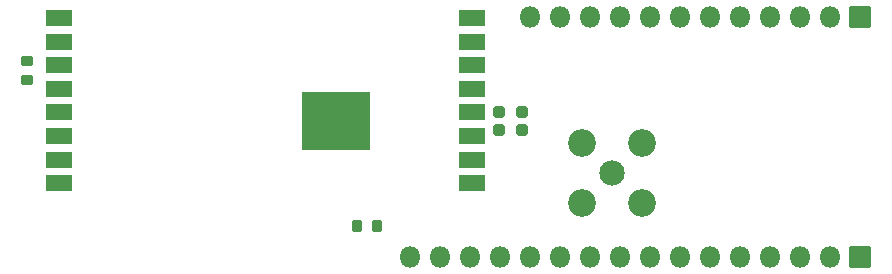
<source format=gbr>
G04 #@! TF.GenerationSoftware,KiCad,Pcbnew,(6.0.7-1)-1*
G04 #@! TF.CreationDate,2023-10-03T00:10:03-07:00*
G04 #@! TF.ProjectId,FeatherWing_KC5,46656174-6865-4725-9769-6e675f4b4335,rev?*
G04 #@! TF.SameCoordinates,Original*
G04 #@! TF.FileFunction,Soldermask,Top*
G04 #@! TF.FilePolarity,Negative*
%FSLAX46Y46*%
G04 Gerber Fmt 4.6, Leading zero omitted, Abs format (unit mm)*
G04 Created by KiCad (PCBNEW (6.0.7-1)-1) date 2023-10-03 00:10:03*
%MOMM*%
%LPD*%
G01*
G04 APERTURE LIST*
G04 Aperture macros list*
%AMRoundRect*
0 Rectangle with rounded corners*
0 $1 Rounding radius*
0 $2 $3 $4 $5 $6 $7 $8 $9 X,Y pos of 4 corners*
0 Add a 4 corners polygon primitive as box body*
4,1,4,$2,$3,$4,$5,$6,$7,$8,$9,$2,$3,0*
0 Add four circle primitives for the rounded corners*
1,1,$1+$1,$2,$3*
1,1,$1+$1,$4,$5*
1,1,$1+$1,$6,$7*
1,1,$1+$1,$8,$9*
0 Add four rect primitives between the rounded corners*
20,1,$1+$1,$2,$3,$4,$5,0*
20,1,$1+$1,$4,$5,$6,$7,0*
20,1,$1+$1,$6,$7,$8,$9,0*
20,1,$1+$1,$8,$9,$2,$3,0*%
G04 Aperture macros list end*
%ADD10RoundRect,0.251000X-0.275000X0.200000X-0.275000X-0.200000X0.275000X-0.200000X0.275000X0.200000X0*%
%ADD11RoundRect,0.276000X0.250000X-0.225000X0.250000X0.225000X-0.250000X0.225000X-0.250000X-0.225000X0*%
%ADD12RoundRect,0.251000X0.200000X0.275000X-0.200000X0.275000X-0.200000X-0.275000X0.200000X-0.275000X0*%
%ADD13RoundRect,0.063500X-1.000000X-0.650000X1.000000X-0.650000X1.000000X0.650000X-1.000000X0.650000X0*%
%ADD14RoundRect,0.063500X-2.849999X-2.400000X2.849999X-2.400000X2.849999X2.400000X-2.849999X2.400000X0*%
%ADD15C,2.152000*%
%ADD16C,2.352000*%
%ADD17RoundRect,0.051000X0.850000X-0.850000X0.850000X0.850000X-0.850000X0.850000X-0.850000X-0.850000X0*%
%ADD18O,1.802000X1.802000*%
G04 APERTURE END LIST*
D10*
X46960000Y-49635000D03*
X46960000Y-51285000D03*
D11*
X86920000Y-55505000D03*
X86920000Y-53955000D03*
X88840000Y-55515000D03*
X88840000Y-53965000D03*
D12*
X76545000Y-63610000D03*
X74895000Y-63610000D03*
D13*
X84630000Y-60010000D03*
X84630000Y-58010000D03*
X84630000Y-56010000D03*
X84630000Y-54010000D03*
X84630000Y-52010000D03*
X84630000Y-50010000D03*
X84630000Y-48010000D03*
X84630000Y-46010000D03*
X49630000Y-46010000D03*
X49630000Y-48010000D03*
X49630000Y-50010000D03*
X49630000Y-52010000D03*
X49630000Y-54010000D03*
X49630000Y-56010000D03*
X49630000Y-58010000D03*
X49630000Y-60010000D03*
D14*
X73062500Y-54760000D03*
D15*
X96460000Y-59157500D03*
D16*
X99000000Y-61697500D03*
X99000000Y-56617500D03*
X93920000Y-61697500D03*
X93920000Y-56617500D03*
D17*
X117440000Y-66230000D03*
D18*
X114900000Y-66230000D03*
X112360000Y-66230000D03*
X109820000Y-66230000D03*
X107280000Y-66230000D03*
X104740000Y-66230000D03*
X102200000Y-66230000D03*
X99660000Y-66230000D03*
X97120000Y-66230000D03*
X94580000Y-66230000D03*
X92040000Y-66230000D03*
X89500000Y-66230000D03*
X86960000Y-66230000D03*
X84420000Y-66230000D03*
X81880000Y-66230000D03*
X79340000Y-66230000D03*
D17*
X117440000Y-45910000D03*
D18*
X114900000Y-45910000D03*
X112360000Y-45910000D03*
X109820000Y-45910000D03*
X107280000Y-45910000D03*
X104740000Y-45910000D03*
X102200000Y-45910000D03*
X99660000Y-45910000D03*
X97120000Y-45910000D03*
X94580000Y-45910000D03*
X92040000Y-45910000D03*
X89500000Y-45910000D03*
M02*

</source>
